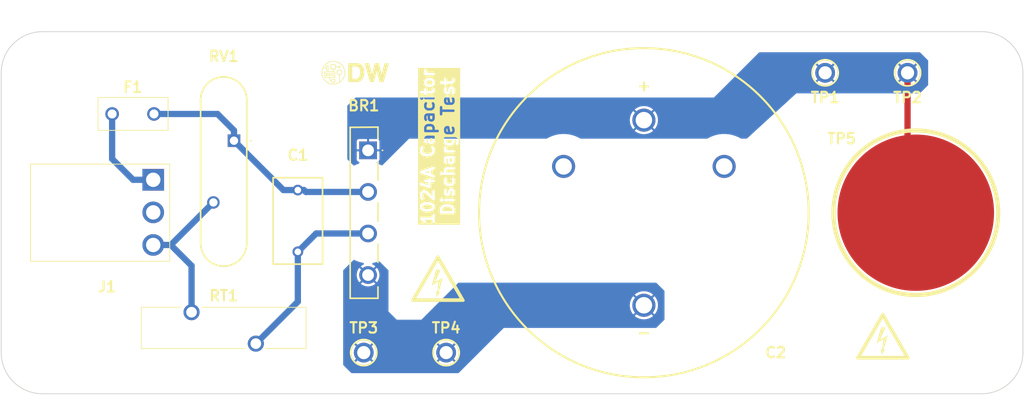
<source format=kicad_pcb>
(kicad_pcb (version 20240108) (generator "pcbnew") (generator_version "8.0")
  (layers (0 "F.Cu" signal) (31 "B.Cu" signal) (34 "B.Paste" user) (35 "F.Paste" user) (36 "B.SilkS" user "B.Silkscreen") (37 "F.SilkS" user "F.Silkscreen") (38 "B.Mask" user) (39 "F.Mask" user) (44 "Edge.Cuts" user))
  (net 0 "")
  (net 1 "/NEUTrect")
  (net 2 "/NEUTicl")
  (net 3 "/LINEfused")
  (net 4 "/LINErect")
  (net 5 "/LINE")
  (net 7 "/NEUT")
  (footprint "DW_Connectors:[TP] Round Pad for Test Lead" (layer "F.Cu") (at 189 100)
    (property "Reference" "TP5" (at -9 -9 0) (layer "F.SilkS") (effects (font (size 1.27 1.27) (thickness 0.254))))
    (property "Value" "TP Round Pad 19mm")
    (pad "1" smd circle (at 0 0) (size 19 19) (layers "F.Cu" "F.Mask") (net 4 "/LINErect"))
  )
  (footprint "MountingHole:MountingHole_3.2mm_M3" (layer "F.Cu") (at 197 117)
    (property "Reference" "H4" (hide yes))
    (property "Value" "MountingHole")
    (pad "" np_thru_hole circle (at 0 0) (size 3.2 3.2) (drill 3.2) (layers "*.Cu" "*.Mask"))
  )
  (footprint "DW_CircuitProtection:[RT] Ametherm SL22 20005 ICL" (layer "F.Cu") (at 101.1 112.09)
    (property "Reference" "RT1" (at 3.9 -2 180) (layer "F.SilkS") (effects (font (size 1.27 1.27) (thickness 0.254))))
    (property "Value" "20ohm 5A 125J" (hide yes))
    (pad "1" thru_hole circle (at 0 0) (size 1.95 1.95) (drill 1.3) (layers "*.Cu" "*.Mask") (net 7 "/NEUT"))
    (pad "2" thru_hole circle (at 7.8 3.82) (size 1.95 1.95) (drill 1.3) (layers "*.Cu" "*.Mask") (net 2 "/NEUTicl"))
  )
  (footprint "DW_CircuitProtection:[F] Littelfuse TE5-372" (layer "F.Cu") (at 91.46 88)
    (property "Reference" "F1" (at 2.5 -3.25 360) (layer "F.SilkS") (effects (font (size 1.27 1.27) (thickness 0.254))))
    (property "Value" "2.5A 250V" (hide yes))
    (pad "1" thru_hole circle (at 0 0) (size 1.65 1.65) (drill 1.1) (layers "*.Cu" "*.Mask") (net 5 "/LINE"))
    (pad "2" thru_hole circle (at 5.08 0) (size 1.65 1.65) (drill 1.1) (layers "*.Cu" "*.Mask") (net 3 "/LINEfused"))
  )
  (footprint "DW_Mechanical:DW_PCB_Logo" (layer "F.Cu") (at 121 83)
    (property "Reference" "P1" (hide yes))
    (property "Value" "DW_PCB_Logo" (hide yes))
  )
  (footprint "DW_Passives:[C] Kemet Film Cap 47n 310V X2" (layer "F.Cu") (at 114 97.25 -90)
    (property "Reference" "C1" (at -4.25 0 360) (layer "F.SilkS") (effects (font (size 1.27 1.27) (thickness 0.254))))
    (property "Value" "47n X2 310V" (hide yes))
    (pad "1" thru_hole circle (at 0 0 270) (size 1.3 1.3) (drill 0.8) (layers "*.Cu" "*.Mask") (net 3 "/LINEfused"))
    (pad "2" thru_hole circle (at 7.5 0 270) (size 1.3 1.3) (drill 0.8) (layers "*.Cu" "*.Mask") (net 2 "/NEUTicl"))
  )
  (footprint "DW_Connectors:[TP] Keystone Elec TP THT 5006 Black" (layer "F.Cu") (at 132 117)
    (property "Reference" "TP4" (at 0 -3 0) (layer "F.SilkS") (effects (font (size 1.27 1.27) (thickness 0.254))))
    (property "Value" "TP THT Black" (hide yes))
    (pad "1" thru_hole circle (at 0 0) (size 2.4 2.4) (drill 1.6) (layers "*.Cu" "*.Mask") (net 1 "/NEUTrect"))
  )
  (footprint "DW_Mechanical:High_Voltage_6.5mm" (layer "F.Cu") (at 131 108)
    (property "Reference" "G1" (hide yes))
    (property "Value" "High_Voltage_6.5mm" (hide yes))
  )
  (footprint "DW_Mechanical:High_Voltage_6.5mm" (layer "F.Cu") (at 185 115)
    (property "Reference" "G2" (hide yes))
    (property "Value" "High_Voltage_6.5mm" (hide yes))
  )
  (footprint "DW_CircuitProtection:[RV] Littelfuse MOV V275LA40AP" (layer "F.Cu") (at 106.25 91.25 -90)
    (property "Reference" "RV1" (at -10.25 1.25 180) (layer "F.SilkS") (effects (font (size 1.27 1.27) (thickness 0.254))))
    (property "Value" "275V 140J" (hide yes))
    (pad "1" thru_hole rect (at 0 0 270) (size 1.515 1.515) (drill 1.01) (layers "*.Cu" "*.Mask") (net 3 "/LINEfused"))
    (pad "2" thru_hole circle (at 7.5 2.5 270) (size 1.515 1.515) (drill 1.01) (layers "*.Cu" "*.Mask") (net 7 "/NEUT"))
  )
  (footprint "DW_Connectors:[J] JST-VN 3P Side Entry" (layer "F.Cu") (at 96.45 96 -90)
    (property "Reference" "J1" (at 13 5.6 180) (layer "F.SilkS") (effects (font (size 1.27 1.27) (thickness 0.254))))
    (property "Value" "JST-VH 3P Side Entry" (hide yes))
    (pad "1" thru_hole rect (at 0 0 270) (size 2.625 2.625) (drill 1.75) (layers "*.Cu" "*.Mask") (net 5 "/LINE"))
    (pad "2" thru_hole circle (at 3.96 0 270) (size 2.625 2.625) (drill 1.75) (layers "*.Cu" "*.Mask"))
    (pad "3" thru_hole circle (at 7.92 0 270) (size 2.625 2.625) (drill 1.75) (layers "*.Cu" "*.Mask") (net 7 "/NEUT"))
  )
  (footprint "MountingHole:MountingHole_3.2mm_M3" (layer "F.Cu") (at 197 83)
    (property "Reference" "H3" (hide yes))
    (property "Value" "MountingHole")
    (pad "" np_thru_hole circle (at 0 0) (size 3.2 3.2) (drill 3.2) (layers "*.Cu" "*.Mask"))
  )
  (footprint "DW_Connectors:[TP] Keystone Elec TP THT 5006 Black" (layer "F.Cu") (at 122 117)
    (property "Reference" "TP3" (at 0 -3 0) (layer "F.SilkS") (effects (font (size 1.27 1.27) (thickness 0.254))))
    (property "Value" "TP THT Black" (hide yes))
    (pad "1" thru_hole circle (at 0 0) (size 2.4 2.4) (drill 1.6) (layers "*.Cu" "*.Mask") (net 1 "/NEUTrect"))
  )
  (footprint "DW_Semiconductors:[BR] Vishay 800V 4A Bridge Rectifier GBL08EE3P" (layer "F.Cu") (at 122.525 92.425 -90)
    (property "Reference" "BR1" (at -5.425 0.525 180) (layer "F.SilkS") (effects (font (size 1.27 1.27) (thickness 0.254))))
    (property "Value" "800V 4A" (hide yes))
    (pad "1" thru_hole rect (at 0 0 270) (size 2.145 2.145) (drill 1.43) (layers "*.Cu" "*.Mask") (net 4 "/LINErect"))
    (pad "2" thru_hole circle (at 5.05 0 270) (size 2.145 2.145) (drill 1.43) (layers "*.Cu" "*.Mask") (net 3 "/LINEfused"))
    (pad "3" thru_hole circle (at 10.1 0 270) (size 2.145 2.145) (drill 1.43) (layers "*.Cu" "*.Mask") (net 2 "/NEUTicl"))
    (pad "4" thru_hole circle (at 15.15 0 270) (size 2.145 2.145) (drill 1.43) (layers "*.Cu" "*.Mask") (net 1 "/NEUTrect"))
  )
  (footprint "DW_Connectors:[TP] Keystone Elec TP THT 5005 Red" (layer "F.Cu") (at 178 83)
    (property "Reference" "TP1" (at 0 3 0) (layer "F.SilkS") (effects (font (size 1.27 1.27) (thickness 0.254))))
    (property "Value" "TP THT Red" (hide yes))
    (pad "1" thru_hole circle (at 0 0) (size 2.4 2.4) (drill 1.6) (layers "*.Cu" "*.Mask") (net 4 "/LINErect"))
  )
  (footprint "DW_Passives:[C] Kemet ALC70C102EH450 Al Elec Cap 450V 1000uF" (layer "F.Cu") (at 156 100 180)
    (property "Reference" "C2" (at -16 -17 0) (layer "F.SilkS") (effects (font (size 1.27 1.27) (thickness 0.254))))
    (property "Value" "1000u 450V")
    (fp_text user "+" (at 0 16 180) (layer "F.SilkS") (effects (font (size 1.27 1.27) (thickness 0.254) (bold yes)) (justify bottom)))
    (fp_text user "-" (at 0 -14 180) (layer "F.SilkS") (effects (font (size 1.27 1.27) (thickness 0.254) (bold yes)) (justify bottom)))
    (pad "1" thru_hole circle (at 0 11.25 180) (size 2.8 2.8) (drill 2) (layers "*.Cu" "*.Mask") (net 4 "/LINErect"))
    (pad "2" thru_hole circle (at 0 -11.25 180) (size 2.8 2.8) (drill 2) (layers "*.Cu" "*.Mask") (net 1 "/NEUTrect"))
    (pad "NC1" thru_hole circle (at -9.742786 5.625 180) (size 2.8 2.8) (drill 2) (layers "*.Cu" "*.Mask"))
    (pad "NC2" thru_hole circle (at 9.742786 5.625 180) (size 2.8 2.8) (drill 2) (layers "*.Cu" "*.Mask"))
  )
  (footprint "MountingHole:MountingHole_3.2mm_M3" (layer "F.Cu") (at 83 83)
    (property "Reference" "H1" (hide yes))
    (property "Value" "MountingHole")
    (pad "" np_thru_hole circle (at 0 0) (size 3.2 3.2) (drill 3.2) (layers "*.Cu" "*.Mask"))
  )
  (footprint "DW_Connectors:[TP] Keystone Elec TP THT 5005 Red" (layer "F.Cu") (at 188 83)
    (property "Reference" "TP2" (at 0 3 0) (layer "F.SilkS") (effects (font (size 1.27 1.27) (thickness 0.254))))
    (property "Value" "TP THT Red" (hide yes))
    (pad "1" thru_hole circle (at 0 0) (size 2.4 2.4) (drill 1.6) (layers "*.Cu" "*.Mask") (net 4 "/LINErect"))
  )
  (footprint "MountingHole:MountingHole_3.2mm_M3" (layer "F.Cu") (at 83 117)
    (property "Reference" "H2" (hide yes))
    (property "Value" "MountingHole")
    (pad "" np_thru_hole circle (at 0 0) (size 3.2 3.2) (drill 3.2) (layers "*.Cu" "*.Mask"))
  )
  (gr_arc (start 197 78) (mid 200.535534 79.464466) (end 202 83) (stroke (width 0.1)) (layer "Edge.Cuts"))
  (gr_line (start 197 78) (end 83 78) (stroke (width 0.1)) (layer "Edge.Cuts"))
  (gr_arc (start 78 83) (mid 79.464466 79.464466) (end 83 78) (stroke (width 0.1)) (layer "Edge.Cuts"))
  (gr_line (start 202 117) (end 202 83) (stroke (width 0.1)) (layer "Edge.Cuts"))
  (gr_line (start 78 83) (end 78 117) (stroke (width 0.1)) (layer "Edge.Cuts"))
  (gr_line (start 197 122) (end 83 122) (stroke (width 0.1)) (layer "Edge.Cuts"))
  (gr_arc (start 202 117) (mid 200.535534 120.535534) (end 197 122) (stroke (width 0.1)) (layer "Edge.Cuts"))
  (gr_arc (start 83 122) (mid 79.464466 120.535534) (end 78 117) (stroke (width 0.1)) (layer "Edge.Cuts"))
  (gr_text "1024A Capacitor\nDischarge Test" (at 131 92 90) (layer "F.SilkS" knockout) (effects (font (size 1.5 1.5) (thickness 0.3) (bold yes))))
  (segment (start 114 110.81) (end 114 104.75) (width 0.762) (layer "B.Cu") (net 2))
  (segment (start 108.9 115.91) (end 114 110.81) (width 0.762) (layer "B.Cu") (net 2))
  (segment (start 116.225 102.525) (end 114 104.75) (width 0.762) (layer "B.Cu") (net 2))
  (segment (start 122.525 102.525) (end 116.225 102.525) (width 0.762) (layer "B.Cu") (net 2))
  (segment (start 106.25 91.25) (end 106.25 90) (width 0.762) (layer "B.Cu") (net 3))
  (segment (start 114 97.25) (end 114.75 97.25) (width 0.762) (layer "B.Cu") (net 3))
  (segment (start 106.25 90) (end 104.25 88) (width 0.762) (layer "B.Cu") (net 3))
  (segment (start 114.75 97.25) (end 114.975 97.475) (width 0.762) (layer "B.Cu") (net 3))
  (segment (start 104.25 88) (end 96.54 88) (width 0.762) (layer "B.Cu") (net 3))
  (segment (start 112.25 97.25) (end 106.25 91.25) (width 0.762) (layer "B.Cu") (net 3))
  (segment (start 114 97.25) (end 112.25 97.25) (width 0.762) (layer "B.Cu") (net 3))
  (segment (start 114.975 97.475) (end 122.525 97.475) (width 0.762) (layer "B.Cu") (net 3))
  (segment (start 188 99) (end 189 100) (width 0.762) (layer "F.Cu") (net 4))
  (segment (start 188 83) (end 188 99) (width 0.762) (layer "F.Cu") (net 4))
  (segment (start 96.45 96) (end 94 96) (width 0.762) (layer "B.Cu") (net 5))
  (segment (start 94 96) (end 91.46 93.46) (width 0.762) (layer "B.Cu") (net 5))
  (segment (start 91.46 93.46) (end 91.46 88) (width 0.762) (layer "B.Cu") (net 5))
  (segment (start 101.1 106.44) (end 98.58 103.92) (width 0.762) (layer "B.Cu") (net 7))
  (segment (start 98.58 103.92) (end 103.75 98.75) (width 0.762) (layer "B.Cu") (net 7))
  (segment (start 101.1 112.09) (end 101.1 106.44) (width 0.762) (layer "B.Cu") (net 7))
  (segment (start 96.45 103.92) (end 98.58 103.92) (width 0.762) (layer "B.Cu") (net 7))
  (zone (net 4) (net_name "/LINErect") (layer "B.Cu") (name "Zn_LINErect") (connect_pads (clearance 2.54)) (min_thickness 0.254) (fill yes (thermal_gap 0.3048) (thermal_bridge_width 0.254))
    (polygon (pts (xy 121 94.5) (xy 120 93.5) (xy 120 87) (xy 121 86) (xy 164.5 86) (xy 170 80.5) (xy 189.5 80.5) (xy 190.5 81.5) (xy 190.5 84.5) (xy 189.5 85.5) (xy 174.5 85.5) (xy 168.5 91) (xy 127.5 91) (xy 124 94.5)))
  )
  (zone (net 1) (net_name "/NEUTrect") (layer "B.Cu") (name "Zn_NEUTrect") (priority 1) (connect_pads (clearance 2.54)) (min_thickness 0.254) (fill yes (thermal_gap 0.3048) (thermal_bridge_width 0.254))
    (polygon (pts (xy 121 105.5) (xy 119.5 107) (xy 119.5 118.5) (xy 120.5 119.5) (xy 133.5 119.5) (xy 139 114) (xy 157.5 114) (xy 158.5 113) (xy 158.5 109.5) (xy 157.5 108.5) (xy 133.5 108.5) (xy 129 113) (xy 126 113) (xy 125 112) (xy 125 107) (xy 123.5 105.5)))
  )
)
</source>
